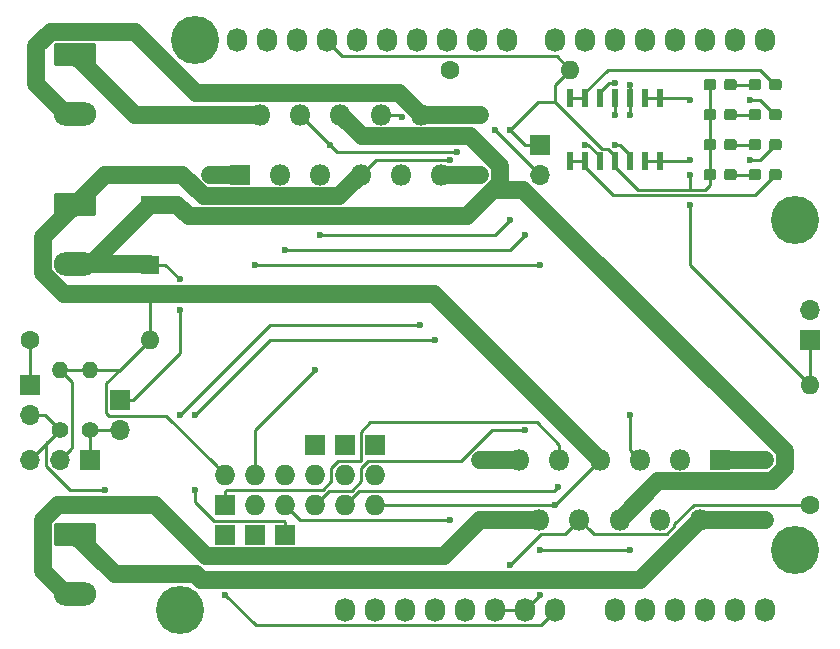
<source format=gbr>
G04 #@! TF.GenerationSoftware,KiCad,Pcbnew,(5.0.0)*
G04 #@! TF.CreationDate,2019-03-29T10:36:41+00:00*
G04 #@! TF.ProjectId,MotorDriverV1_0,4D6F746F7244726976657256315F302E,rev?*
G04 #@! TF.SameCoordinates,Original*
G04 #@! TF.FileFunction,Copper,L1,Top,Signal*
G04 #@! TF.FilePolarity,Positive*
%FSLAX46Y46*%
G04 Gerber Fmt 4.6, Leading zero omitted, Abs format (unit mm)*
G04 Created by KiCad (PCBNEW (5.0.0)) date 03/29/19 10:36:41*
%MOMM*%
%LPD*%
G01*
G04 APERTURE LIST*
G04 #@! TA.AperFunction,ComponentPad*
%ADD10O,1.727200X2.032000*%
G04 #@! TD*
G04 #@! TA.AperFunction,ComponentPad*
%ADD11C,4.064000*%
G04 #@! TD*
G04 #@! TA.AperFunction,Conductor*
%ADD12C,0.100000*%
G04 #@! TD*
G04 #@! TA.AperFunction,ComponentPad*
%ADD13C,2.000000*%
G04 #@! TD*
G04 #@! TA.AperFunction,ComponentPad*
%ADD14O,3.600000X2.000000*%
G04 #@! TD*
G04 #@! TA.AperFunction,ComponentPad*
%ADD15O,1.700000X1.700000*%
G04 #@! TD*
G04 #@! TA.AperFunction,ComponentPad*
%ADD16R,1.700000X1.700000*%
G04 #@! TD*
G04 #@! TA.AperFunction,ComponentPad*
%ADD17R,1.800000X1.800000*%
G04 #@! TD*
G04 #@! TA.AperFunction,ComponentPad*
%ADD18O,1.800000X1.800000*%
G04 #@! TD*
G04 #@! TA.AperFunction,ComponentPad*
%ADD19R,1.600000X1.600000*%
G04 #@! TD*
G04 #@! TA.AperFunction,ComponentPad*
%ADD20C,1.600000*%
G04 #@! TD*
G04 #@! TA.AperFunction,ComponentPad*
%ADD21C,1.400000*%
G04 #@! TD*
G04 #@! TA.AperFunction,ComponentPad*
%ADD22O,1.400000X1.400000*%
G04 #@! TD*
G04 #@! TA.AperFunction,SMDPad,CuDef*
%ADD23C,0.950000*%
G04 #@! TD*
G04 #@! TA.AperFunction,ComponentPad*
%ADD24O,1.600000X1.600000*%
G04 #@! TD*
G04 #@! TA.AperFunction,SMDPad,CuDef*
%ADD25R,0.600000X1.500000*%
G04 #@! TD*
G04 #@! TA.AperFunction,ComponentPad*
%ADD26R,1.727200X1.727200*%
G04 #@! TD*
G04 #@! TA.AperFunction,ComponentPad*
%ADD27O,1.727200X1.727200*%
G04 #@! TD*
G04 #@! TA.AperFunction,ViaPad*
%ADD28C,0.600000*%
G04 #@! TD*
G04 #@! TA.AperFunction,Conductor*
%ADD29C,0.250000*%
G04 #@! TD*
G04 #@! TA.AperFunction,Conductor*
%ADD30C,1.500000*%
G04 #@! TD*
G04 APERTURE END LIST*
D10*
G04 #@! TO.P,P1,1*
G04 #@! TO.N,N/C*
X138938000Y-123825000D03*
G04 #@! TO.P,P1,2*
X141478000Y-123825000D03*
G04 #@! TO.P,P1,3*
X144018000Y-123825000D03*
G04 #@! TO.P,P1,4*
X146558000Y-123825000D03*
G04 #@! TO.P,P1,5*
G04 #@! TO.N,+5V*
X149098000Y-123825000D03*
G04 #@! TO.P,P1,6*
G04 #@! TO.N,GND*
X151638000Y-123825000D03*
G04 #@! TO.P,P1,7*
X154178000Y-123825000D03*
G04 #@! TO.P,P1,8*
G04 #@! TO.N,/Vin*
X156718000Y-123825000D03*
G04 #@! TD*
G04 #@! TO.P,P2,1*
G04 #@! TO.N,/A0*
X161798000Y-123825000D03*
G04 #@! TO.P,P2,2*
G04 #@! TO.N,/A1*
X164338000Y-123825000D03*
G04 #@! TO.P,P2,3*
G04 #@! TO.N,N/C*
X166878000Y-123825000D03*
G04 #@! TO.P,P2,4*
X169418000Y-123825000D03*
G04 #@! TO.P,P2,5*
X171958000Y-123825000D03*
G04 #@! TO.P,P2,6*
X174498000Y-123825000D03*
G04 #@! TD*
G04 #@! TO.P,P3,1*
G04 #@! TO.N,N/C*
X129794000Y-75565000D03*
G04 #@! TO.P,P3,2*
X132334000Y-75565000D03*
G04 #@! TO.P,P3,3*
X134874000Y-75565000D03*
G04 #@! TO.P,P3,4*
G04 #@! TO.N,GND*
X137414000Y-75565000D03*
G04 #@! TO.P,P3,5*
G04 #@! TO.N,N/C*
X139954000Y-75565000D03*
G04 #@! TO.P,P3,6*
X142494000Y-75565000D03*
G04 #@! TO.P,P3,7*
X145034000Y-75565000D03*
G04 #@! TO.P,P3,8*
X147574000Y-75565000D03*
G04 #@! TO.P,P3,9*
G04 #@! TO.N,/9(\002A\002A)*
X150114000Y-75565000D03*
G04 #@! TO.P,P3,10*
G04 #@! TO.N,/8*
X152654000Y-75565000D03*
G04 #@! TD*
G04 #@! TO.P,P4,1*
G04 #@! TO.N,/7*
X156718000Y-75565000D03*
G04 #@! TO.P,P4,2*
G04 #@! TO.N,/6(\002A\002A)*
X159258000Y-75565000D03*
G04 #@! TO.P,P4,3*
G04 #@! TO.N,/5(\002A\002A)*
X161798000Y-75565000D03*
G04 #@! TO.P,P4,4*
G04 #@! TO.N,/4*
X164338000Y-75565000D03*
G04 #@! TO.P,P4,5*
G04 #@! TO.N,/3(\002A\002A)*
X166878000Y-75565000D03*
G04 #@! TO.P,P4,6*
G04 #@! TO.N,/2*
X169418000Y-75565000D03*
G04 #@! TO.P,P4,7*
G04 #@! TO.N,N/C*
X171958000Y-75565000D03*
G04 #@! TO.P,P4,8*
X174498000Y-75565000D03*
G04 #@! TD*
D11*
G04 #@! TO.P,P5,1*
G04 #@! TO.N,N/C*
X124968000Y-123825000D03*
G04 #@! TD*
G04 #@! TO.P,P6,1*
G04 #@! TO.N,N/C*
X177038000Y-118745000D03*
G04 #@! TD*
G04 #@! TO.P,P7,1*
G04 #@! TO.N,N/C*
X126238000Y-75565000D03*
G04 #@! TD*
G04 #@! TO.P,P8,1*
G04 #@! TO.N,N/C*
X177038000Y-90805000D03*
G04 #@! TD*
D12*
G04 #@! TO.N,GND*
G04 #@! TO.C,J1*
G36*
X117652504Y-88536204D02*
X117676773Y-88539804D01*
X117700571Y-88545765D01*
X117723671Y-88554030D01*
X117745849Y-88564520D01*
X117766893Y-88577133D01*
X117786598Y-88591747D01*
X117804777Y-88608223D01*
X117821253Y-88626402D01*
X117835867Y-88646107D01*
X117848480Y-88667151D01*
X117858970Y-88689329D01*
X117867235Y-88712429D01*
X117873196Y-88736227D01*
X117876796Y-88760496D01*
X117878000Y-88785000D01*
X117878000Y-90285000D01*
X117876796Y-90309504D01*
X117873196Y-90333773D01*
X117867235Y-90357571D01*
X117858970Y-90380671D01*
X117848480Y-90402849D01*
X117835867Y-90423893D01*
X117821253Y-90443598D01*
X117804777Y-90461777D01*
X117786598Y-90478253D01*
X117766893Y-90492867D01*
X117745849Y-90505480D01*
X117723671Y-90515970D01*
X117700571Y-90524235D01*
X117676773Y-90530196D01*
X117652504Y-90533796D01*
X117628000Y-90535000D01*
X114528000Y-90535000D01*
X114503496Y-90533796D01*
X114479227Y-90530196D01*
X114455429Y-90524235D01*
X114432329Y-90515970D01*
X114410151Y-90505480D01*
X114389107Y-90492867D01*
X114369402Y-90478253D01*
X114351223Y-90461777D01*
X114334747Y-90443598D01*
X114320133Y-90423893D01*
X114307520Y-90402849D01*
X114297030Y-90380671D01*
X114288765Y-90357571D01*
X114282804Y-90333773D01*
X114279204Y-90309504D01*
X114278000Y-90285000D01*
X114278000Y-88785000D01*
X114279204Y-88760496D01*
X114282804Y-88736227D01*
X114288765Y-88712429D01*
X114297030Y-88689329D01*
X114307520Y-88667151D01*
X114320133Y-88646107D01*
X114334747Y-88626402D01*
X114351223Y-88608223D01*
X114369402Y-88591747D01*
X114389107Y-88577133D01*
X114410151Y-88564520D01*
X114432329Y-88554030D01*
X114455429Y-88545765D01*
X114479227Y-88539804D01*
X114503496Y-88536204D01*
X114528000Y-88535000D01*
X117628000Y-88535000D01*
X117652504Y-88536204D01*
X117652504Y-88536204D01*
G37*
D13*
G04 #@! TD*
G04 #@! TO.P,J1,1*
G04 #@! TO.N,GND*
X116078000Y-89535000D03*
D14*
G04 #@! TO.P,J1,2*
G04 #@! TO.N,/Vs*
X116078000Y-94535000D03*
G04 #@! TD*
D15*
G04 #@! TO.P,J2,2*
G04 #@! TO.N,Net-(C2-Pad1)*
X119888000Y-108585000D03*
D16*
G04 #@! TO.P,J2,1*
G04 #@! TO.N,/Vs*
X119888000Y-106045000D03*
G04 #@! TD*
D15*
G04 #@! TO.P,J3,2*
G04 #@! TO.N,/BR1*
X178308000Y-98425000D03*
D16*
G04 #@! TO.P,J3,1*
G04 #@! TO.N,GND*
X178308000Y-100965000D03*
G04 #@! TD*
G04 #@! TO.P,J4,1*
G04 #@! TO.N,GND*
X155448000Y-84455000D03*
D15*
G04 #@! TO.P,J4,2*
G04 #@! TO.N,/BR2*
X155448000Y-86995000D03*
G04 #@! TD*
D12*
G04 #@! TO.N,Net-(C5-Pad1)*
G04 #@! TO.C,J5*
G36*
X117652504Y-116476204D02*
X117676773Y-116479804D01*
X117700571Y-116485765D01*
X117723671Y-116494030D01*
X117745849Y-116504520D01*
X117766893Y-116517133D01*
X117786598Y-116531747D01*
X117804777Y-116548223D01*
X117821253Y-116566402D01*
X117835867Y-116586107D01*
X117848480Y-116607151D01*
X117858970Y-116629329D01*
X117867235Y-116652429D01*
X117873196Y-116676227D01*
X117876796Y-116700496D01*
X117878000Y-116725000D01*
X117878000Y-118225000D01*
X117876796Y-118249504D01*
X117873196Y-118273773D01*
X117867235Y-118297571D01*
X117858970Y-118320671D01*
X117848480Y-118342849D01*
X117835867Y-118363893D01*
X117821253Y-118383598D01*
X117804777Y-118401777D01*
X117786598Y-118418253D01*
X117766893Y-118432867D01*
X117745849Y-118445480D01*
X117723671Y-118455970D01*
X117700571Y-118464235D01*
X117676773Y-118470196D01*
X117652504Y-118473796D01*
X117628000Y-118475000D01*
X114528000Y-118475000D01*
X114503496Y-118473796D01*
X114479227Y-118470196D01*
X114455429Y-118464235D01*
X114432329Y-118455970D01*
X114410151Y-118445480D01*
X114389107Y-118432867D01*
X114369402Y-118418253D01*
X114351223Y-118401777D01*
X114334747Y-118383598D01*
X114320133Y-118363893D01*
X114307520Y-118342849D01*
X114297030Y-118320671D01*
X114288765Y-118297571D01*
X114282804Y-118273773D01*
X114279204Y-118249504D01*
X114278000Y-118225000D01*
X114278000Y-116725000D01*
X114279204Y-116700496D01*
X114282804Y-116676227D01*
X114288765Y-116652429D01*
X114297030Y-116629329D01*
X114307520Y-116607151D01*
X114320133Y-116586107D01*
X114334747Y-116566402D01*
X114351223Y-116548223D01*
X114369402Y-116531747D01*
X114389107Y-116517133D01*
X114410151Y-116504520D01*
X114432329Y-116494030D01*
X114455429Y-116485765D01*
X114479227Y-116479804D01*
X114503496Y-116476204D01*
X114528000Y-116475000D01*
X117628000Y-116475000D01*
X117652504Y-116476204D01*
X117652504Y-116476204D01*
G37*
D13*
G04 #@! TD*
G04 #@! TO.P,J5,1*
G04 #@! TO.N,Net-(C5-Pad1)*
X116078000Y-117475000D03*
D14*
G04 #@! TO.P,J5,2*
G04 #@! TO.N,Net-(C6-Pad2)*
X116078000Y-122475000D03*
G04 #@! TD*
G04 #@! TO.P,J6,2*
G04 #@! TO.N,Net-(C8-Pad2)*
X116078000Y-81835000D03*
D12*
G04 #@! TD*
G04 #@! TO.N,Net-(C7-Pad1)*
G04 #@! TO.C,J6*
G36*
X117652504Y-75836204D02*
X117676773Y-75839804D01*
X117700571Y-75845765D01*
X117723671Y-75854030D01*
X117745849Y-75864520D01*
X117766893Y-75877133D01*
X117786598Y-75891747D01*
X117804777Y-75908223D01*
X117821253Y-75926402D01*
X117835867Y-75946107D01*
X117848480Y-75967151D01*
X117858970Y-75989329D01*
X117867235Y-76012429D01*
X117873196Y-76036227D01*
X117876796Y-76060496D01*
X117878000Y-76085000D01*
X117878000Y-77585000D01*
X117876796Y-77609504D01*
X117873196Y-77633773D01*
X117867235Y-77657571D01*
X117858970Y-77680671D01*
X117848480Y-77702849D01*
X117835867Y-77723893D01*
X117821253Y-77743598D01*
X117804777Y-77761777D01*
X117786598Y-77778253D01*
X117766893Y-77792867D01*
X117745849Y-77805480D01*
X117723671Y-77815970D01*
X117700571Y-77824235D01*
X117676773Y-77830196D01*
X117652504Y-77833796D01*
X117628000Y-77835000D01*
X114528000Y-77835000D01*
X114503496Y-77833796D01*
X114479227Y-77830196D01*
X114455429Y-77824235D01*
X114432329Y-77815970D01*
X114410151Y-77805480D01*
X114389107Y-77792867D01*
X114369402Y-77778253D01*
X114351223Y-77761777D01*
X114334747Y-77743598D01*
X114320133Y-77723893D01*
X114307520Y-77702849D01*
X114297030Y-77680671D01*
X114288765Y-77657571D01*
X114282804Y-77633773D01*
X114279204Y-77609504D01*
X114278000Y-77585000D01*
X114278000Y-76085000D01*
X114279204Y-76060496D01*
X114282804Y-76036227D01*
X114288765Y-76012429D01*
X114297030Y-75989329D01*
X114307520Y-75967151D01*
X114320133Y-75946107D01*
X114334747Y-75926402D01*
X114351223Y-75908223D01*
X114369402Y-75891747D01*
X114389107Y-75877133D01*
X114410151Y-75864520D01*
X114432329Y-75854030D01*
X114455429Y-75845765D01*
X114479227Y-75839804D01*
X114503496Y-75836204D01*
X114528000Y-75835000D01*
X117628000Y-75835000D01*
X117652504Y-75836204D01*
X117652504Y-75836204D01*
G37*
D13*
G04 #@! TO.P,J6,1*
G04 #@! TO.N,Net-(C7-Pad1)*
X116078000Y-76835000D03*
G04 #@! TD*
D17*
G04 #@! TO.P,U3,1*
G04 #@! TO.N,Net-(C5-Pad2)*
X170688000Y-111125000D03*
D18*
G04 #@! TO.P,U3,2*
G04 #@! TO.N,Net-(C5-Pad1)*
X168988000Y-116205000D03*
G04 #@! TO.P,U3,3*
G04 #@! TO.N,/2*
X167288000Y-111125000D03*
G04 #@! TO.P,U3,4*
G04 #@! TO.N,/BR1*
X165588000Y-116205000D03*
G04 #@! TO.P,U3,5*
G04 #@! TO.N,/3(\002A\002A)*
X163888000Y-111125000D03*
G04 #@! TO.P,U3,6*
G04 #@! TO.N,/Vs*
X162188000Y-116205000D03*
G04 #@! TO.P,U3,7*
G04 #@! TO.N,GND*
X160488000Y-111125000D03*
G04 #@! TO.P,U3,8*
G04 #@! TO.N,/CSEN1*
X158788000Y-116205000D03*
G04 #@! TO.P,U3,9*
G04 #@! TO.N,/TF1*
X157088000Y-111125000D03*
G04 #@! TO.P,U3,10*
G04 #@! TO.N,Net-(C6-Pad2)*
X155388000Y-116205000D03*
G04 #@! TO.P,U3,11*
G04 #@! TO.N,Net-(C6-Pad1)*
X153688000Y-111125000D03*
G04 #@! TD*
G04 #@! TO.P,U4,11*
G04 #@! TO.N,Net-(C8-Pad1)*
X147048000Y-86995000D03*
G04 #@! TO.P,U4,10*
G04 #@! TO.N,Net-(C8-Pad2)*
X145348000Y-81915000D03*
G04 #@! TO.P,U4,9*
G04 #@! TO.N,/TF2*
X143648000Y-86995000D03*
G04 #@! TO.P,U4,8*
G04 #@! TO.N,/CSEN2*
X141948000Y-81915000D03*
G04 #@! TO.P,U4,7*
G04 #@! TO.N,GND*
X140248000Y-86995000D03*
G04 #@! TO.P,U4,6*
G04 #@! TO.N,/Vs*
X138548000Y-81915000D03*
G04 #@! TO.P,U4,5*
G04 #@! TO.N,/5(\002A\002A)*
X136848000Y-86995000D03*
G04 #@! TO.P,U4,4*
G04 #@! TO.N,/BR2*
X135148000Y-81915000D03*
G04 #@! TO.P,U4,3*
G04 #@! TO.N,/4*
X133448000Y-86995000D03*
G04 #@! TO.P,U4,2*
G04 #@! TO.N,Net-(C7-Pad1)*
X131748000Y-81915000D03*
D17*
G04 #@! TO.P,U4,1*
G04 #@! TO.N,Net-(C7-Pad2)*
X130048000Y-86995000D03*
G04 #@! TD*
D19*
G04 #@! TO.P,C1,1*
G04 #@! TO.N,/Vs*
X122428000Y-94615000D03*
D20*
G04 #@! TO.P,C1,2*
G04 #@! TO.N,GND*
X122428000Y-97115000D03*
G04 #@! TD*
D21*
G04 #@! TO.P,C2,1*
G04 #@! TO.N,Net-(C2-Pad1)*
X117348000Y-108585000D03*
D22*
G04 #@! TO.P,C2,2*
G04 #@! TO.N,GND*
X117348000Y-103505000D03*
G04 #@! TD*
D19*
G04 #@! TO.P,C3,1*
G04 #@! TO.N,/Vs*
X122428000Y-89535000D03*
D20*
G04 #@! TO.P,C3,2*
G04 #@! TO.N,GND*
X122428000Y-87035000D03*
G04 #@! TD*
D22*
G04 #@! TO.P,C4,2*
G04 #@! TO.N,GND*
X114808000Y-103505000D03*
D21*
G04 #@! TO.P,C4,1*
G04 #@! TO.N,/Vin*
X114808000Y-108585000D03*
G04 #@! TD*
D22*
G04 #@! TO.P,C5,2*
G04 #@! TO.N,Net-(C5-Pad2)*
X174498000Y-111125000D03*
D21*
G04 #@! TO.P,C5,1*
G04 #@! TO.N,Net-(C5-Pad1)*
X174498000Y-116205000D03*
G04 #@! TD*
G04 #@! TO.P,C6,1*
G04 #@! TO.N,Net-(C6-Pad1)*
X150368000Y-111125000D03*
D22*
G04 #@! TO.P,C6,2*
G04 #@! TO.N,Net-(C6-Pad2)*
X150368000Y-116205000D03*
G04 #@! TD*
G04 #@! TO.P,C7,2*
G04 #@! TO.N,Net-(C7-Pad2)*
X127508000Y-86995000D03*
D21*
G04 #@! TO.P,C7,1*
G04 #@! TO.N,Net-(C7-Pad1)*
X127508000Y-81915000D03*
G04 #@! TD*
G04 #@! TO.P,C8,1*
G04 #@! TO.N,Net-(C8-Pad1)*
X150368000Y-86995000D03*
D22*
G04 #@! TO.P,C8,2*
G04 #@! TO.N,Net-(C8-Pad2)*
X150368000Y-81915000D03*
G04 #@! TD*
D12*
G04 #@! TO.N,Net-(D1-Pad2)*
G04 #@! TO.C,D1*
G36*
X175683779Y-81441144D02*
X175706834Y-81444563D01*
X175729443Y-81450227D01*
X175751387Y-81458079D01*
X175772457Y-81468044D01*
X175792448Y-81480026D01*
X175811168Y-81493910D01*
X175828438Y-81509562D01*
X175844090Y-81526832D01*
X175857974Y-81545552D01*
X175869956Y-81565543D01*
X175879921Y-81586613D01*
X175887773Y-81608557D01*
X175893437Y-81631166D01*
X175896856Y-81654221D01*
X175898000Y-81677500D01*
X175898000Y-82152500D01*
X175896856Y-82175779D01*
X175893437Y-82198834D01*
X175887773Y-82221443D01*
X175879921Y-82243387D01*
X175869956Y-82264457D01*
X175857974Y-82284448D01*
X175844090Y-82303168D01*
X175828438Y-82320438D01*
X175811168Y-82336090D01*
X175792448Y-82349974D01*
X175772457Y-82361956D01*
X175751387Y-82371921D01*
X175729443Y-82379773D01*
X175706834Y-82385437D01*
X175683779Y-82388856D01*
X175660500Y-82390000D01*
X175085500Y-82390000D01*
X175062221Y-82388856D01*
X175039166Y-82385437D01*
X175016557Y-82379773D01*
X174994613Y-82371921D01*
X174973543Y-82361956D01*
X174953552Y-82349974D01*
X174934832Y-82336090D01*
X174917562Y-82320438D01*
X174901910Y-82303168D01*
X174888026Y-82284448D01*
X174876044Y-82264457D01*
X174866079Y-82243387D01*
X174858227Y-82221443D01*
X174852563Y-82198834D01*
X174849144Y-82175779D01*
X174848000Y-82152500D01*
X174848000Y-81677500D01*
X174849144Y-81654221D01*
X174852563Y-81631166D01*
X174858227Y-81608557D01*
X174866079Y-81586613D01*
X174876044Y-81565543D01*
X174888026Y-81545552D01*
X174901910Y-81526832D01*
X174917562Y-81509562D01*
X174934832Y-81493910D01*
X174953552Y-81480026D01*
X174973543Y-81468044D01*
X174994613Y-81458079D01*
X175016557Y-81450227D01*
X175039166Y-81444563D01*
X175062221Y-81441144D01*
X175085500Y-81440000D01*
X175660500Y-81440000D01*
X175683779Y-81441144D01*
X175683779Y-81441144D01*
G37*
D23*
G04 #@! TD*
G04 #@! TO.P,D1,2*
G04 #@! TO.N,Net-(D1-Pad2)*
X175373000Y-81915000D03*
D12*
G04 #@! TO.N,Net-(D1-Pad1)*
G04 #@! TO.C,D1*
G36*
X173933779Y-81441144D02*
X173956834Y-81444563D01*
X173979443Y-81450227D01*
X174001387Y-81458079D01*
X174022457Y-81468044D01*
X174042448Y-81480026D01*
X174061168Y-81493910D01*
X174078438Y-81509562D01*
X174094090Y-81526832D01*
X174107974Y-81545552D01*
X174119956Y-81565543D01*
X174129921Y-81586613D01*
X174137773Y-81608557D01*
X174143437Y-81631166D01*
X174146856Y-81654221D01*
X174148000Y-81677500D01*
X174148000Y-82152500D01*
X174146856Y-82175779D01*
X174143437Y-82198834D01*
X174137773Y-82221443D01*
X174129921Y-82243387D01*
X174119956Y-82264457D01*
X174107974Y-82284448D01*
X174094090Y-82303168D01*
X174078438Y-82320438D01*
X174061168Y-82336090D01*
X174042448Y-82349974D01*
X174022457Y-82361956D01*
X174001387Y-82371921D01*
X173979443Y-82379773D01*
X173956834Y-82385437D01*
X173933779Y-82388856D01*
X173910500Y-82390000D01*
X173335500Y-82390000D01*
X173312221Y-82388856D01*
X173289166Y-82385437D01*
X173266557Y-82379773D01*
X173244613Y-82371921D01*
X173223543Y-82361956D01*
X173203552Y-82349974D01*
X173184832Y-82336090D01*
X173167562Y-82320438D01*
X173151910Y-82303168D01*
X173138026Y-82284448D01*
X173126044Y-82264457D01*
X173116079Y-82243387D01*
X173108227Y-82221443D01*
X173102563Y-82198834D01*
X173099144Y-82175779D01*
X173098000Y-82152500D01*
X173098000Y-81677500D01*
X173099144Y-81654221D01*
X173102563Y-81631166D01*
X173108227Y-81608557D01*
X173116079Y-81586613D01*
X173126044Y-81565543D01*
X173138026Y-81545552D01*
X173151910Y-81526832D01*
X173167562Y-81509562D01*
X173184832Y-81493910D01*
X173203552Y-81480026D01*
X173223543Y-81468044D01*
X173244613Y-81458079D01*
X173266557Y-81450227D01*
X173289166Y-81444563D01*
X173312221Y-81441144D01*
X173335500Y-81440000D01*
X173910500Y-81440000D01*
X173933779Y-81441144D01*
X173933779Y-81441144D01*
G37*
D23*
G04 #@! TD*
G04 #@! TO.P,D1,1*
G04 #@! TO.N,Net-(D1-Pad1)*
X173623000Y-81915000D03*
D12*
G04 #@! TO.N,Net-(D2-Pad1)*
G04 #@! TO.C,D2*
G36*
X173933779Y-78901144D02*
X173956834Y-78904563D01*
X173979443Y-78910227D01*
X174001387Y-78918079D01*
X174022457Y-78928044D01*
X174042448Y-78940026D01*
X174061168Y-78953910D01*
X174078438Y-78969562D01*
X174094090Y-78986832D01*
X174107974Y-79005552D01*
X174119956Y-79025543D01*
X174129921Y-79046613D01*
X174137773Y-79068557D01*
X174143437Y-79091166D01*
X174146856Y-79114221D01*
X174148000Y-79137500D01*
X174148000Y-79612500D01*
X174146856Y-79635779D01*
X174143437Y-79658834D01*
X174137773Y-79681443D01*
X174129921Y-79703387D01*
X174119956Y-79724457D01*
X174107974Y-79744448D01*
X174094090Y-79763168D01*
X174078438Y-79780438D01*
X174061168Y-79796090D01*
X174042448Y-79809974D01*
X174022457Y-79821956D01*
X174001387Y-79831921D01*
X173979443Y-79839773D01*
X173956834Y-79845437D01*
X173933779Y-79848856D01*
X173910500Y-79850000D01*
X173335500Y-79850000D01*
X173312221Y-79848856D01*
X173289166Y-79845437D01*
X173266557Y-79839773D01*
X173244613Y-79831921D01*
X173223543Y-79821956D01*
X173203552Y-79809974D01*
X173184832Y-79796090D01*
X173167562Y-79780438D01*
X173151910Y-79763168D01*
X173138026Y-79744448D01*
X173126044Y-79724457D01*
X173116079Y-79703387D01*
X173108227Y-79681443D01*
X173102563Y-79658834D01*
X173099144Y-79635779D01*
X173098000Y-79612500D01*
X173098000Y-79137500D01*
X173099144Y-79114221D01*
X173102563Y-79091166D01*
X173108227Y-79068557D01*
X173116079Y-79046613D01*
X173126044Y-79025543D01*
X173138026Y-79005552D01*
X173151910Y-78986832D01*
X173167562Y-78969562D01*
X173184832Y-78953910D01*
X173203552Y-78940026D01*
X173223543Y-78928044D01*
X173244613Y-78918079D01*
X173266557Y-78910227D01*
X173289166Y-78904563D01*
X173312221Y-78901144D01*
X173335500Y-78900000D01*
X173910500Y-78900000D01*
X173933779Y-78901144D01*
X173933779Y-78901144D01*
G37*
D23*
G04 #@! TD*
G04 #@! TO.P,D2,1*
G04 #@! TO.N,Net-(D2-Pad1)*
X173623000Y-79375000D03*
D12*
G04 #@! TO.N,Net-(D2-Pad2)*
G04 #@! TO.C,D2*
G36*
X175683779Y-78901144D02*
X175706834Y-78904563D01*
X175729443Y-78910227D01*
X175751387Y-78918079D01*
X175772457Y-78928044D01*
X175792448Y-78940026D01*
X175811168Y-78953910D01*
X175828438Y-78969562D01*
X175844090Y-78986832D01*
X175857974Y-79005552D01*
X175869956Y-79025543D01*
X175879921Y-79046613D01*
X175887773Y-79068557D01*
X175893437Y-79091166D01*
X175896856Y-79114221D01*
X175898000Y-79137500D01*
X175898000Y-79612500D01*
X175896856Y-79635779D01*
X175893437Y-79658834D01*
X175887773Y-79681443D01*
X175879921Y-79703387D01*
X175869956Y-79724457D01*
X175857974Y-79744448D01*
X175844090Y-79763168D01*
X175828438Y-79780438D01*
X175811168Y-79796090D01*
X175792448Y-79809974D01*
X175772457Y-79821956D01*
X175751387Y-79831921D01*
X175729443Y-79839773D01*
X175706834Y-79845437D01*
X175683779Y-79848856D01*
X175660500Y-79850000D01*
X175085500Y-79850000D01*
X175062221Y-79848856D01*
X175039166Y-79845437D01*
X175016557Y-79839773D01*
X174994613Y-79831921D01*
X174973543Y-79821956D01*
X174953552Y-79809974D01*
X174934832Y-79796090D01*
X174917562Y-79780438D01*
X174901910Y-79763168D01*
X174888026Y-79744448D01*
X174876044Y-79724457D01*
X174866079Y-79703387D01*
X174858227Y-79681443D01*
X174852563Y-79658834D01*
X174849144Y-79635779D01*
X174848000Y-79612500D01*
X174848000Y-79137500D01*
X174849144Y-79114221D01*
X174852563Y-79091166D01*
X174858227Y-79068557D01*
X174866079Y-79046613D01*
X174876044Y-79025543D01*
X174888026Y-79005552D01*
X174901910Y-78986832D01*
X174917562Y-78969562D01*
X174934832Y-78953910D01*
X174953552Y-78940026D01*
X174973543Y-78928044D01*
X174994613Y-78918079D01*
X175016557Y-78910227D01*
X175039166Y-78904563D01*
X175062221Y-78901144D01*
X175085500Y-78900000D01*
X175660500Y-78900000D01*
X175683779Y-78901144D01*
X175683779Y-78901144D01*
G37*
D23*
G04 #@! TD*
G04 #@! TO.P,D2,2*
G04 #@! TO.N,Net-(D2-Pad2)*
X175373000Y-79375000D03*
D12*
G04 #@! TO.N,Net-(D3-Pad2)*
G04 #@! TO.C,D3*
G36*
X175683779Y-86521144D02*
X175706834Y-86524563D01*
X175729443Y-86530227D01*
X175751387Y-86538079D01*
X175772457Y-86548044D01*
X175792448Y-86560026D01*
X175811168Y-86573910D01*
X175828438Y-86589562D01*
X175844090Y-86606832D01*
X175857974Y-86625552D01*
X175869956Y-86645543D01*
X175879921Y-86666613D01*
X175887773Y-86688557D01*
X175893437Y-86711166D01*
X175896856Y-86734221D01*
X175898000Y-86757500D01*
X175898000Y-87232500D01*
X175896856Y-87255779D01*
X175893437Y-87278834D01*
X175887773Y-87301443D01*
X175879921Y-87323387D01*
X175869956Y-87344457D01*
X175857974Y-87364448D01*
X175844090Y-87383168D01*
X175828438Y-87400438D01*
X175811168Y-87416090D01*
X175792448Y-87429974D01*
X175772457Y-87441956D01*
X175751387Y-87451921D01*
X175729443Y-87459773D01*
X175706834Y-87465437D01*
X175683779Y-87468856D01*
X175660500Y-87470000D01*
X175085500Y-87470000D01*
X175062221Y-87468856D01*
X175039166Y-87465437D01*
X175016557Y-87459773D01*
X174994613Y-87451921D01*
X174973543Y-87441956D01*
X174953552Y-87429974D01*
X174934832Y-87416090D01*
X174917562Y-87400438D01*
X174901910Y-87383168D01*
X174888026Y-87364448D01*
X174876044Y-87344457D01*
X174866079Y-87323387D01*
X174858227Y-87301443D01*
X174852563Y-87278834D01*
X174849144Y-87255779D01*
X174848000Y-87232500D01*
X174848000Y-86757500D01*
X174849144Y-86734221D01*
X174852563Y-86711166D01*
X174858227Y-86688557D01*
X174866079Y-86666613D01*
X174876044Y-86645543D01*
X174888026Y-86625552D01*
X174901910Y-86606832D01*
X174917562Y-86589562D01*
X174934832Y-86573910D01*
X174953552Y-86560026D01*
X174973543Y-86548044D01*
X174994613Y-86538079D01*
X175016557Y-86530227D01*
X175039166Y-86524563D01*
X175062221Y-86521144D01*
X175085500Y-86520000D01*
X175660500Y-86520000D01*
X175683779Y-86521144D01*
X175683779Y-86521144D01*
G37*
D23*
G04 #@! TD*
G04 #@! TO.P,D3,2*
G04 #@! TO.N,Net-(D3-Pad2)*
X175373000Y-86995000D03*
D12*
G04 #@! TO.N,Net-(D3-Pad1)*
G04 #@! TO.C,D3*
G36*
X173933779Y-86521144D02*
X173956834Y-86524563D01*
X173979443Y-86530227D01*
X174001387Y-86538079D01*
X174022457Y-86548044D01*
X174042448Y-86560026D01*
X174061168Y-86573910D01*
X174078438Y-86589562D01*
X174094090Y-86606832D01*
X174107974Y-86625552D01*
X174119956Y-86645543D01*
X174129921Y-86666613D01*
X174137773Y-86688557D01*
X174143437Y-86711166D01*
X174146856Y-86734221D01*
X174148000Y-86757500D01*
X174148000Y-87232500D01*
X174146856Y-87255779D01*
X174143437Y-87278834D01*
X174137773Y-87301443D01*
X174129921Y-87323387D01*
X174119956Y-87344457D01*
X174107974Y-87364448D01*
X174094090Y-87383168D01*
X174078438Y-87400438D01*
X174061168Y-87416090D01*
X174042448Y-87429974D01*
X174022457Y-87441956D01*
X174001387Y-87451921D01*
X173979443Y-87459773D01*
X173956834Y-87465437D01*
X173933779Y-87468856D01*
X173910500Y-87470000D01*
X173335500Y-87470000D01*
X173312221Y-87468856D01*
X173289166Y-87465437D01*
X173266557Y-87459773D01*
X173244613Y-87451921D01*
X173223543Y-87441956D01*
X173203552Y-87429974D01*
X173184832Y-87416090D01*
X173167562Y-87400438D01*
X173151910Y-87383168D01*
X173138026Y-87364448D01*
X173126044Y-87344457D01*
X173116079Y-87323387D01*
X173108227Y-87301443D01*
X173102563Y-87278834D01*
X173099144Y-87255779D01*
X173098000Y-87232500D01*
X173098000Y-86757500D01*
X173099144Y-86734221D01*
X173102563Y-86711166D01*
X173108227Y-86688557D01*
X173116079Y-86666613D01*
X173126044Y-86645543D01*
X173138026Y-86625552D01*
X173151910Y-86606832D01*
X173167562Y-86589562D01*
X173184832Y-86573910D01*
X173203552Y-86560026D01*
X173223543Y-86548044D01*
X173244613Y-86538079D01*
X173266557Y-86530227D01*
X173289166Y-86524563D01*
X173312221Y-86521144D01*
X173335500Y-86520000D01*
X173910500Y-86520000D01*
X173933779Y-86521144D01*
X173933779Y-86521144D01*
G37*
D23*
G04 #@! TD*
G04 #@! TO.P,D3,1*
G04 #@! TO.N,Net-(D3-Pad1)*
X173623000Y-86995000D03*
D12*
G04 #@! TO.N,Net-(D4-Pad1)*
G04 #@! TO.C,D4*
G36*
X173933779Y-83981144D02*
X173956834Y-83984563D01*
X173979443Y-83990227D01*
X174001387Y-83998079D01*
X174022457Y-84008044D01*
X174042448Y-84020026D01*
X174061168Y-84033910D01*
X174078438Y-84049562D01*
X174094090Y-84066832D01*
X174107974Y-84085552D01*
X174119956Y-84105543D01*
X174129921Y-84126613D01*
X174137773Y-84148557D01*
X174143437Y-84171166D01*
X174146856Y-84194221D01*
X174148000Y-84217500D01*
X174148000Y-84692500D01*
X174146856Y-84715779D01*
X174143437Y-84738834D01*
X174137773Y-84761443D01*
X174129921Y-84783387D01*
X174119956Y-84804457D01*
X174107974Y-84824448D01*
X174094090Y-84843168D01*
X174078438Y-84860438D01*
X174061168Y-84876090D01*
X174042448Y-84889974D01*
X174022457Y-84901956D01*
X174001387Y-84911921D01*
X173979443Y-84919773D01*
X173956834Y-84925437D01*
X173933779Y-84928856D01*
X173910500Y-84930000D01*
X173335500Y-84930000D01*
X173312221Y-84928856D01*
X173289166Y-84925437D01*
X173266557Y-84919773D01*
X173244613Y-84911921D01*
X173223543Y-84901956D01*
X173203552Y-84889974D01*
X173184832Y-84876090D01*
X173167562Y-84860438D01*
X173151910Y-84843168D01*
X173138026Y-84824448D01*
X173126044Y-84804457D01*
X173116079Y-84783387D01*
X173108227Y-84761443D01*
X173102563Y-84738834D01*
X173099144Y-84715779D01*
X173098000Y-84692500D01*
X173098000Y-84217500D01*
X173099144Y-84194221D01*
X173102563Y-84171166D01*
X173108227Y-84148557D01*
X173116079Y-84126613D01*
X173126044Y-84105543D01*
X173138026Y-84085552D01*
X173151910Y-84066832D01*
X173167562Y-84049562D01*
X173184832Y-84033910D01*
X173203552Y-84020026D01*
X173223543Y-84008044D01*
X173244613Y-83998079D01*
X173266557Y-83990227D01*
X173289166Y-83984563D01*
X173312221Y-83981144D01*
X173335500Y-83980000D01*
X173910500Y-83980000D01*
X173933779Y-83981144D01*
X173933779Y-83981144D01*
G37*
D23*
G04 #@! TD*
G04 #@! TO.P,D4,1*
G04 #@! TO.N,Net-(D4-Pad1)*
X173623000Y-84455000D03*
D12*
G04 #@! TO.N,Net-(D4-Pad2)*
G04 #@! TO.C,D4*
G36*
X175683779Y-83981144D02*
X175706834Y-83984563D01*
X175729443Y-83990227D01*
X175751387Y-83998079D01*
X175772457Y-84008044D01*
X175792448Y-84020026D01*
X175811168Y-84033910D01*
X175828438Y-84049562D01*
X175844090Y-84066832D01*
X175857974Y-84085552D01*
X175869956Y-84105543D01*
X175879921Y-84126613D01*
X175887773Y-84148557D01*
X175893437Y-84171166D01*
X175896856Y-84194221D01*
X175898000Y-84217500D01*
X175898000Y-84692500D01*
X175896856Y-84715779D01*
X175893437Y-84738834D01*
X175887773Y-84761443D01*
X175879921Y-84783387D01*
X175869956Y-84804457D01*
X175857974Y-84824448D01*
X175844090Y-84843168D01*
X175828438Y-84860438D01*
X175811168Y-84876090D01*
X175792448Y-84889974D01*
X175772457Y-84901956D01*
X175751387Y-84911921D01*
X175729443Y-84919773D01*
X175706834Y-84925437D01*
X175683779Y-84928856D01*
X175660500Y-84930000D01*
X175085500Y-84930000D01*
X175062221Y-84928856D01*
X175039166Y-84925437D01*
X175016557Y-84919773D01*
X174994613Y-84911921D01*
X174973543Y-84901956D01*
X174953552Y-84889974D01*
X174934832Y-84876090D01*
X174917562Y-84860438D01*
X174901910Y-84843168D01*
X174888026Y-84824448D01*
X174876044Y-84804457D01*
X174866079Y-84783387D01*
X174858227Y-84761443D01*
X174852563Y-84738834D01*
X174849144Y-84715779D01*
X174848000Y-84692500D01*
X174848000Y-84217500D01*
X174849144Y-84194221D01*
X174852563Y-84171166D01*
X174858227Y-84148557D01*
X174866079Y-84126613D01*
X174876044Y-84105543D01*
X174888026Y-84085552D01*
X174901910Y-84066832D01*
X174917562Y-84049562D01*
X174934832Y-84033910D01*
X174953552Y-84020026D01*
X174973543Y-84008044D01*
X174994613Y-83998079D01*
X175016557Y-83990227D01*
X175039166Y-83984563D01*
X175062221Y-83981144D01*
X175085500Y-83980000D01*
X175660500Y-83980000D01*
X175683779Y-83981144D01*
X175683779Y-83981144D01*
G37*
D23*
G04 #@! TD*
G04 #@! TO.P,D4,2*
G04 #@! TO.N,Net-(D4-Pad2)*
X175373000Y-84455000D03*
D16*
G04 #@! TO.P,D5,1*
G04 #@! TO.N,Net-(D5-Pad1)*
X112268000Y-104775000D03*
D15*
G04 #@! TO.P,D5,2*
G04 #@! TO.N,/Vin*
X112268000Y-107315000D03*
G04 #@! TD*
D12*
G04 #@! TO.N,GND*
G04 #@! TO.C,R1*
G36*
X170123779Y-81441144D02*
X170146834Y-81444563D01*
X170169443Y-81450227D01*
X170191387Y-81458079D01*
X170212457Y-81468044D01*
X170232448Y-81480026D01*
X170251168Y-81493910D01*
X170268438Y-81509562D01*
X170284090Y-81526832D01*
X170297974Y-81545552D01*
X170309956Y-81565543D01*
X170319921Y-81586613D01*
X170327773Y-81608557D01*
X170333437Y-81631166D01*
X170336856Y-81654221D01*
X170338000Y-81677500D01*
X170338000Y-82152500D01*
X170336856Y-82175779D01*
X170333437Y-82198834D01*
X170327773Y-82221443D01*
X170319921Y-82243387D01*
X170309956Y-82264457D01*
X170297974Y-82284448D01*
X170284090Y-82303168D01*
X170268438Y-82320438D01*
X170251168Y-82336090D01*
X170232448Y-82349974D01*
X170212457Y-82361956D01*
X170191387Y-82371921D01*
X170169443Y-82379773D01*
X170146834Y-82385437D01*
X170123779Y-82388856D01*
X170100500Y-82390000D01*
X169525500Y-82390000D01*
X169502221Y-82388856D01*
X169479166Y-82385437D01*
X169456557Y-82379773D01*
X169434613Y-82371921D01*
X169413543Y-82361956D01*
X169393552Y-82349974D01*
X169374832Y-82336090D01*
X169357562Y-82320438D01*
X169341910Y-82303168D01*
X169328026Y-82284448D01*
X169316044Y-82264457D01*
X169306079Y-82243387D01*
X169298227Y-82221443D01*
X169292563Y-82198834D01*
X169289144Y-82175779D01*
X169288000Y-82152500D01*
X169288000Y-81677500D01*
X169289144Y-81654221D01*
X169292563Y-81631166D01*
X169298227Y-81608557D01*
X169306079Y-81586613D01*
X169316044Y-81565543D01*
X169328026Y-81545552D01*
X169341910Y-81526832D01*
X169357562Y-81509562D01*
X169374832Y-81493910D01*
X169393552Y-81480026D01*
X169413543Y-81468044D01*
X169434613Y-81458079D01*
X169456557Y-81450227D01*
X169479166Y-81444563D01*
X169502221Y-81441144D01*
X169525500Y-81440000D01*
X170100500Y-81440000D01*
X170123779Y-81441144D01*
X170123779Y-81441144D01*
G37*
D23*
G04 #@! TD*
G04 #@! TO.P,R1,1*
G04 #@! TO.N,GND*
X169813000Y-81915000D03*
D12*
G04 #@! TO.N,Net-(D1-Pad1)*
G04 #@! TO.C,R1*
G36*
X171873779Y-81441144D02*
X171896834Y-81444563D01*
X171919443Y-81450227D01*
X171941387Y-81458079D01*
X171962457Y-81468044D01*
X171982448Y-81480026D01*
X172001168Y-81493910D01*
X172018438Y-81509562D01*
X172034090Y-81526832D01*
X172047974Y-81545552D01*
X172059956Y-81565543D01*
X172069921Y-81586613D01*
X172077773Y-81608557D01*
X172083437Y-81631166D01*
X172086856Y-81654221D01*
X172088000Y-81677500D01*
X172088000Y-82152500D01*
X172086856Y-82175779D01*
X172083437Y-82198834D01*
X172077773Y-82221443D01*
X172069921Y-82243387D01*
X172059956Y-82264457D01*
X172047974Y-82284448D01*
X172034090Y-82303168D01*
X172018438Y-82320438D01*
X172001168Y-82336090D01*
X171982448Y-82349974D01*
X171962457Y-82361956D01*
X171941387Y-82371921D01*
X171919443Y-82379773D01*
X171896834Y-82385437D01*
X171873779Y-82388856D01*
X171850500Y-82390000D01*
X171275500Y-82390000D01*
X171252221Y-82388856D01*
X171229166Y-82385437D01*
X171206557Y-82379773D01*
X171184613Y-82371921D01*
X171163543Y-82361956D01*
X171143552Y-82349974D01*
X171124832Y-82336090D01*
X171107562Y-82320438D01*
X171091910Y-82303168D01*
X171078026Y-82284448D01*
X171066044Y-82264457D01*
X171056079Y-82243387D01*
X171048227Y-82221443D01*
X171042563Y-82198834D01*
X171039144Y-82175779D01*
X171038000Y-82152500D01*
X171038000Y-81677500D01*
X171039144Y-81654221D01*
X171042563Y-81631166D01*
X171048227Y-81608557D01*
X171056079Y-81586613D01*
X171066044Y-81565543D01*
X171078026Y-81545552D01*
X171091910Y-81526832D01*
X171107562Y-81509562D01*
X171124832Y-81493910D01*
X171143552Y-81480026D01*
X171163543Y-81468044D01*
X171184613Y-81458079D01*
X171206557Y-81450227D01*
X171229166Y-81444563D01*
X171252221Y-81441144D01*
X171275500Y-81440000D01*
X171850500Y-81440000D01*
X171873779Y-81441144D01*
X171873779Y-81441144D01*
G37*
D23*
G04 #@! TD*
G04 #@! TO.P,R1,2*
G04 #@! TO.N,Net-(D1-Pad1)*
X171563000Y-81915000D03*
D12*
G04 #@! TO.N,Net-(D2-Pad1)*
G04 #@! TO.C,R2*
G36*
X171873779Y-78901144D02*
X171896834Y-78904563D01*
X171919443Y-78910227D01*
X171941387Y-78918079D01*
X171962457Y-78928044D01*
X171982448Y-78940026D01*
X172001168Y-78953910D01*
X172018438Y-78969562D01*
X172034090Y-78986832D01*
X172047974Y-79005552D01*
X172059956Y-79025543D01*
X172069921Y-79046613D01*
X172077773Y-79068557D01*
X172083437Y-79091166D01*
X172086856Y-79114221D01*
X172088000Y-79137500D01*
X172088000Y-79612500D01*
X172086856Y-79635779D01*
X172083437Y-79658834D01*
X172077773Y-79681443D01*
X172069921Y-79703387D01*
X172059956Y-79724457D01*
X172047974Y-79744448D01*
X172034090Y-79763168D01*
X172018438Y-79780438D01*
X172001168Y-79796090D01*
X171982448Y-79809974D01*
X171962457Y-79821956D01*
X171941387Y-79831921D01*
X171919443Y-79839773D01*
X171896834Y-79845437D01*
X171873779Y-79848856D01*
X171850500Y-79850000D01*
X171275500Y-79850000D01*
X171252221Y-79848856D01*
X171229166Y-79845437D01*
X171206557Y-79839773D01*
X171184613Y-79831921D01*
X171163543Y-79821956D01*
X171143552Y-79809974D01*
X171124832Y-79796090D01*
X171107562Y-79780438D01*
X171091910Y-79763168D01*
X171078026Y-79744448D01*
X171066044Y-79724457D01*
X171056079Y-79703387D01*
X171048227Y-79681443D01*
X171042563Y-79658834D01*
X171039144Y-79635779D01*
X171038000Y-79612500D01*
X171038000Y-79137500D01*
X171039144Y-79114221D01*
X171042563Y-79091166D01*
X171048227Y-79068557D01*
X171056079Y-79046613D01*
X171066044Y-79025543D01*
X171078026Y-79005552D01*
X171091910Y-78986832D01*
X171107562Y-78969562D01*
X171124832Y-78953910D01*
X171143552Y-78940026D01*
X171163543Y-78928044D01*
X171184613Y-78918079D01*
X171206557Y-78910227D01*
X171229166Y-78904563D01*
X171252221Y-78901144D01*
X171275500Y-78900000D01*
X171850500Y-78900000D01*
X171873779Y-78901144D01*
X171873779Y-78901144D01*
G37*
D23*
G04 #@! TD*
G04 #@! TO.P,R2,2*
G04 #@! TO.N,Net-(D2-Pad1)*
X171563000Y-79375000D03*
D12*
G04 #@! TO.N,GND*
G04 #@! TO.C,R2*
G36*
X170123779Y-78901144D02*
X170146834Y-78904563D01*
X170169443Y-78910227D01*
X170191387Y-78918079D01*
X170212457Y-78928044D01*
X170232448Y-78940026D01*
X170251168Y-78953910D01*
X170268438Y-78969562D01*
X170284090Y-78986832D01*
X170297974Y-79005552D01*
X170309956Y-79025543D01*
X170319921Y-79046613D01*
X170327773Y-79068557D01*
X170333437Y-79091166D01*
X170336856Y-79114221D01*
X170338000Y-79137500D01*
X170338000Y-79612500D01*
X170336856Y-79635779D01*
X170333437Y-79658834D01*
X170327773Y-79681443D01*
X170319921Y-79703387D01*
X170309956Y-79724457D01*
X170297974Y-79744448D01*
X170284090Y-79763168D01*
X170268438Y-79780438D01*
X170251168Y-79796090D01*
X170232448Y-79809974D01*
X170212457Y-79821956D01*
X170191387Y-79831921D01*
X170169443Y-79839773D01*
X170146834Y-79845437D01*
X170123779Y-79848856D01*
X170100500Y-79850000D01*
X169525500Y-79850000D01*
X169502221Y-79848856D01*
X169479166Y-79845437D01*
X169456557Y-79839773D01*
X169434613Y-79831921D01*
X169413543Y-79821956D01*
X169393552Y-79809974D01*
X169374832Y-79796090D01*
X169357562Y-79780438D01*
X169341910Y-79763168D01*
X169328026Y-79744448D01*
X169316044Y-79724457D01*
X169306079Y-79703387D01*
X169298227Y-79681443D01*
X169292563Y-79658834D01*
X169289144Y-79635779D01*
X169288000Y-79612500D01*
X169288000Y-79137500D01*
X169289144Y-79114221D01*
X169292563Y-79091166D01*
X169298227Y-79068557D01*
X169306079Y-79046613D01*
X169316044Y-79025543D01*
X169328026Y-79005552D01*
X169341910Y-78986832D01*
X169357562Y-78969562D01*
X169374832Y-78953910D01*
X169393552Y-78940026D01*
X169413543Y-78928044D01*
X169434613Y-78918079D01*
X169456557Y-78910227D01*
X169479166Y-78904563D01*
X169502221Y-78901144D01*
X169525500Y-78900000D01*
X170100500Y-78900000D01*
X170123779Y-78901144D01*
X170123779Y-78901144D01*
G37*
D23*
G04 #@! TD*
G04 #@! TO.P,R2,1*
G04 #@! TO.N,GND*
X169813000Y-79375000D03*
D12*
G04 #@! TO.N,Net-(D3-Pad1)*
G04 #@! TO.C,R3*
G36*
X171873779Y-86521144D02*
X171896834Y-86524563D01*
X171919443Y-86530227D01*
X171941387Y-86538079D01*
X171962457Y-86548044D01*
X171982448Y-86560026D01*
X172001168Y-86573910D01*
X172018438Y-86589562D01*
X172034090Y-86606832D01*
X172047974Y-86625552D01*
X172059956Y-86645543D01*
X172069921Y-86666613D01*
X172077773Y-86688557D01*
X172083437Y-86711166D01*
X172086856Y-86734221D01*
X172088000Y-86757500D01*
X172088000Y-87232500D01*
X172086856Y-87255779D01*
X172083437Y-87278834D01*
X172077773Y-87301443D01*
X172069921Y-87323387D01*
X172059956Y-87344457D01*
X172047974Y-87364448D01*
X172034090Y-87383168D01*
X172018438Y-87400438D01*
X172001168Y-87416090D01*
X171982448Y-87429974D01*
X171962457Y-87441956D01*
X171941387Y-87451921D01*
X171919443Y-87459773D01*
X171896834Y-87465437D01*
X171873779Y-87468856D01*
X171850500Y-87470000D01*
X171275500Y-87470000D01*
X171252221Y-87468856D01*
X171229166Y-87465437D01*
X171206557Y-87459773D01*
X171184613Y-87451921D01*
X171163543Y-87441956D01*
X171143552Y-87429974D01*
X171124832Y-87416090D01*
X171107562Y-87400438D01*
X171091910Y-87383168D01*
X171078026Y-87364448D01*
X171066044Y-87344457D01*
X171056079Y-87323387D01*
X171048227Y-87301443D01*
X171042563Y-87278834D01*
X171039144Y-87255779D01*
X171038000Y-87232500D01*
X171038000Y-86757500D01*
X171039144Y-86734221D01*
X171042563Y-86711166D01*
X171048227Y-86688557D01*
X171056079Y-86666613D01*
X171066044Y-86645543D01*
X171078026Y-86625552D01*
X171091910Y-86606832D01*
X171107562Y-86589562D01*
X171124832Y-86573910D01*
X171143552Y-86560026D01*
X171163543Y-86548044D01*
X171184613Y-86538079D01*
X171206557Y-86530227D01*
X171229166Y-86524563D01*
X171252221Y-86521144D01*
X171275500Y-86520000D01*
X171850500Y-86520000D01*
X171873779Y-86521144D01*
X171873779Y-86521144D01*
G37*
D23*
G04 #@! TD*
G04 #@! TO.P,R3,2*
G04 #@! TO.N,Net-(D3-Pad1)*
X171563000Y-86995000D03*
D12*
G04 #@! TO.N,GND*
G04 #@! TO.C,R3*
G36*
X170123779Y-86521144D02*
X170146834Y-86524563D01*
X170169443Y-86530227D01*
X170191387Y-86538079D01*
X170212457Y-86548044D01*
X170232448Y-86560026D01*
X170251168Y-86573910D01*
X170268438Y-86589562D01*
X170284090Y-86606832D01*
X170297974Y-86625552D01*
X170309956Y-86645543D01*
X170319921Y-86666613D01*
X170327773Y-86688557D01*
X170333437Y-86711166D01*
X170336856Y-86734221D01*
X170338000Y-86757500D01*
X170338000Y-87232500D01*
X170336856Y-87255779D01*
X170333437Y-87278834D01*
X170327773Y-87301443D01*
X170319921Y-87323387D01*
X170309956Y-87344457D01*
X170297974Y-87364448D01*
X170284090Y-87383168D01*
X170268438Y-87400438D01*
X170251168Y-87416090D01*
X170232448Y-87429974D01*
X170212457Y-87441956D01*
X170191387Y-87451921D01*
X170169443Y-87459773D01*
X170146834Y-87465437D01*
X170123779Y-87468856D01*
X170100500Y-87470000D01*
X169525500Y-87470000D01*
X169502221Y-87468856D01*
X169479166Y-87465437D01*
X169456557Y-87459773D01*
X169434613Y-87451921D01*
X169413543Y-87441956D01*
X169393552Y-87429974D01*
X169374832Y-87416090D01*
X169357562Y-87400438D01*
X169341910Y-87383168D01*
X169328026Y-87364448D01*
X169316044Y-87344457D01*
X169306079Y-87323387D01*
X169298227Y-87301443D01*
X169292563Y-87278834D01*
X169289144Y-87255779D01*
X169288000Y-87232500D01*
X169288000Y-86757500D01*
X169289144Y-86734221D01*
X169292563Y-86711166D01*
X169298227Y-86688557D01*
X169306079Y-86666613D01*
X169316044Y-86645543D01*
X169328026Y-86625552D01*
X169341910Y-86606832D01*
X169357562Y-86589562D01*
X169374832Y-86573910D01*
X169393552Y-86560026D01*
X169413543Y-86548044D01*
X169434613Y-86538079D01*
X169456557Y-86530227D01*
X169479166Y-86524563D01*
X169502221Y-86521144D01*
X169525500Y-86520000D01*
X170100500Y-86520000D01*
X170123779Y-86521144D01*
X170123779Y-86521144D01*
G37*
D23*
G04 #@! TD*
G04 #@! TO.P,R3,1*
G04 #@! TO.N,GND*
X169813000Y-86995000D03*
D12*
G04 #@! TO.N,GND*
G04 #@! TO.C,R4*
G36*
X170123779Y-83981144D02*
X170146834Y-83984563D01*
X170169443Y-83990227D01*
X170191387Y-83998079D01*
X170212457Y-84008044D01*
X170232448Y-84020026D01*
X170251168Y-84033910D01*
X170268438Y-84049562D01*
X170284090Y-84066832D01*
X170297974Y-84085552D01*
X170309956Y-84105543D01*
X170319921Y-84126613D01*
X170327773Y-84148557D01*
X170333437Y-84171166D01*
X170336856Y-84194221D01*
X170338000Y-84217500D01*
X170338000Y-84692500D01*
X170336856Y-84715779D01*
X170333437Y-84738834D01*
X170327773Y-84761443D01*
X170319921Y-84783387D01*
X170309956Y-84804457D01*
X170297974Y-84824448D01*
X170284090Y-84843168D01*
X170268438Y-84860438D01*
X170251168Y-84876090D01*
X170232448Y-84889974D01*
X170212457Y-84901956D01*
X170191387Y-84911921D01*
X170169443Y-84919773D01*
X170146834Y-84925437D01*
X170123779Y-84928856D01*
X170100500Y-84930000D01*
X169525500Y-84930000D01*
X169502221Y-84928856D01*
X169479166Y-84925437D01*
X169456557Y-84919773D01*
X169434613Y-84911921D01*
X169413543Y-84901956D01*
X169393552Y-84889974D01*
X169374832Y-84876090D01*
X169357562Y-84860438D01*
X169341910Y-84843168D01*
X169328026Y-84824448D01*
X169316044Y-84804457D01*
X169306079Y-84783387D01*
X169298227Y-84761443D01*
X169292563Y-84738834D01*
X169289144Y-84715779D01*
X169288000Y-84692500D01*
X169288000Y-84217500D01*
X169289144Y-84194221D01*
X169292563Y-84171166D01*
X169298227Y-84148557D01*
X169306079Y-84126613D01*
X169316044Y-84105543D01*
X169328026Y-84085552D01*
X169341910Y-84066832D01*
X169357562Y-84049562D01*
X169374832Y-84033910D01*
X169393552Y-84020026D01*
X169413543Y-84008044D01*
X169434613Y-83998079D01*
X169456557Y-83990227D01*
X169479166Y-83984563D01*
X169502221Y-83981144D01*
X169525500Y-83980000D01*
X170100500Y-83980000D01*
X170123779Y-83981144D01*
X170123779Y-83981144D01*
G37*
D23*
G04 #@! TD*
G04 #@! TO.P,R4,1*
G04 #@! TO.N,GND*
X169813000Y-84455000D03*
D12*
G04 #@! TO.N,Net-(D4-Pad1)*
G04 #@! TO.C,R4*
G36*
X171873779Y-83981144D02*
X171896834Y-83984563D01*
X171919443Y-83990227D01*
X171941387Y-83998079D01*
X171962457Y-84008044D01*
X171982448Y-84020026D01*
X172001168Y-84033910D01*
X172018438Y-84049562D01*
X172034090Y-84066832D01*
X172047974Y-84085552D01*
X172059956Y-84105543D01*
X172069921Y-84126613D01*
X172077773Y-84148557D01*
X172083437Y-84171166D01*
X172086856Y-84194221D01*
X172088000Y-84217500D01*
X172088000Y-84692500D01*
X172086856Y-84715779D01*
X172083437Y-84738834D01*
X172077773Y-84761443D01*
X172069921Y-84783387D01*
X172059956Y-84804457D01*
X172047974Y-84824448D01*
X172034090Y-84843168D01*
X172018438Y-84860438D01*
X172001168Y-84876090D01*
X171982448Y-84889974D01*
X171962457Y-84901956D01*
X171941387Y-84911921D01*
X171919443Y-84919773D01*
X171896834Y-84925437D01*
X171873779Y-84928856D01*
X171850500Y-84930000D01*
X171275500Y-84930000D01*
X171252221Y-84928856D01*
X171229166Y-84925437D01*
X171206557Y-84919773D01*
X171184613Y-84911921D01*
X171163543Y-84901956D01*
X171143552Y-84889974D01*
X171124832Y-84876090D01*
X171107562Y-84860438D01*
X171091910Y-84843168D01*
X171078026Y-84824448D01*
X171066044Y-84804457D01*
X171056079Y-84783387D01*
X171048227Y-84761443D01*
X171042563Y-84738834D01*
X171039144Y-84715779D01*
X171038000Y-84692500D01*
X171038000Y-84217500D01*
X171039144Y-84194221D01*
X171042563Y-84171166D01*
X171048227Y-84148557D01*
X171056079Y-84126613D01*
X171066044Y-84105543D01*
X171078026Y-84085552D01*
X171091910Y-84066832D01*
X171107562Y-84049562D01*
X171124832Y-84033910D01*
X171143552Y-84020026D01*
X171163543Y-84008044D01*
X171184613Y-83998079D01*
X171206557Y-83990227D01*
X171229166Y-83984563D01*
X171252221Y-83981144D01*
X171275500Y-83980000D01*
X171850500Y-83980000D01*
X171873779Y-83981144D01*
X171873779Y-83981144D01*
G37*
D23*
G04 #@! TD*
G04 #@! TO.P,R4,2*
G04 #@! TO.N,Net-(D4-Pad1)*
X171563000Y-84455000D03*
D20*
G04 #@! TO.P,R5,1*
G04 #@! TO.N,/CSEN1*
X178308000Y-114935000D03*
D24*
G04 #@! TO.P,R5,2*
G04 #@! TO.N,GND*
X178308000Y-104775000D03*
G04 #@! TD*
G04 #@! TO.P,R6,2*
G04 #@! TO.N,GND*
X157988000Y-78105000D03*
D20*
G04 #@! TO.P,R6,1*
G04 #@! TO.N,/CSEN2*
X147828000Y-78105000D03*
G04 #@! TD*
G04 #@! TO.P,R7,1*
G04 #@! TO.N,Net-(D5-Pad1)*
X112268000Y-100965000D03*
D24*
G04 #@! TO.P,R7,2*
G04 #@! TO.N,GND*
X122428000Y-100965000D03*
G04 #@! TD*
D25*
G04 #@! TO.P,U1,1*
G04 #@! TO.N,Net-(D1-Pad2)*
X165608000Y-80485000D03*
G04 #@! TO.P,U1,2*
X164338000Y-80485000D03*
G04 #@! TO.P,U1,3*
G04 #@! TO.N,/3(\002A\002A)*
X163068000Y-80485000D03*
G04 #@! TO.P,U1,4*
G04 #@! TO.N,+5V*
X161798000Y-80485000D03*
G04 #@! TO.P,U1,5*
G04 #@! TO.N,/2*
X160528000Y-80485000D03*
G04 #@! TO.P,U1,6*
G04 #@! TO.N,Net-(D2-Pad2)*
X159258000Y-80485000D03*
G04 #@! TO.P,U1,7*
X157988000Y-80485000D03*
G04 #@! TO.P,U1,8*
G04 #@! TO.N,Net-(D3-Pad2)*
X157988000Y-85885000D03*
G04 #@! TO.P,U1,9*
X159258000Y-85885000D03*
G04 #@! TO.P,U1,10*
G04 #@! TO.N,/5(\002A\002A)*
X160528000Y-85885000D03*
G04 #@! TO.P,U1,11*
G04 #@! TO.N,GND*
X161798000Y-85885000D03*
G04 #@! TO.P,U1,12*
G04 #@! TO.N,/4*
X163068000Y-85885000D03*
G04 #@! TO.P,U1,13*
G04 #@! TO.N,Net-(D4-Pad2)*
X164338000Y-85885000D03*
G04 #@! TO.P,U1,14*
X165608000Y-85885000D03*
G04 #@! TD*
D16*
G04 #@! TO.P,U2,1*
G04 #@! TO.N,Net-(C2-Pad1)*
X117348000Y-111125000D03*
D15*
G04 #@! TO.P,U2,2*
G04 #@! TO.N,GND*
X114808000Y-111125000D03*
G04 #@! TO.P,U2,3*
G04 #@! TO.N,/Vin*
X112268000Y-111125000D03*
G04 #@! TD*
D16*
G04 #@! TO.P,J13,1*
G04 #@! TO.N,/9(\002A\002A)*
X141478000Y-109855000D03*
G04 #@! TD*
G04 #@! TO.P,J7,1*
G04 #@! TO.N,/7*
X128778000Y-117475000D03*
G04 #@! TD*
G04 #@! TO.P,J8,1*
G04 #@! TO.N,/A0*
X131318000Y-117475000D03*
G04 #@! TD*
G04 #@! TO.P,J9,1*
G04 #@! TO.N,/6(\002A\002A)*
X133858000Y-117475000D03*
G04 #@! TD*
G04 #@! TO.P,J11,1*
G04 #@! TO.N,/8*
X136398000Y-109855000D03*
G04 #@! TD*
G04 #@! TO.P,J12,1*
G04 #@! TO.N,/A1*
X138938000Y-109855000D03*
G04 #@! TD*
D26*
G04 #@! TO.P,J10,1*
G04 #@! TO.N,/TF1*
X128778000Y-114935000D03*
D27*
G04 #@! TO.P,J10,2*
G04 #@! TO.N,GND*
X128778000Y-112395000D03*
G04 #@! TO.P,J10,3*
G04 #@! TO.N,/CSEN1*
X131318000Y-114935000D03*
G04 #@! TO.P,J10,4*
G04 #@! TO.N,/5(\002A\002A)*
X131318000Y-112395000D03*
G04 #@! TO.P,J10,5*
G04 #@! TO.N,/BR1*
X133858000Y-114935000D03*
G04 #@! TO.P,J10,6*
G04 #@! TO.N,/4*
X133858000Y-112395000D03*
G04 #@! TO.P,J10,7*
G04 #@! TO.N,/2*
X136398000Y-114935000D03*
G04 #@! TO.P,J10,8*
G04 #@! TO.N,/BR2*
X136398000Y-112395000D03*
G04 #@! TO.P,J10,9*
G04 #@! TO.N,/3(\002A\002A)*
X138938000Y-114935000D03*
G04 #@! TO.P,J10,10*
G04 #@! TO.N,/CSEN2*
X138938000Y-112395000D03*
G04 #@! TO.P,J10,11*
G04 #@! TO.N,GND*
X141478000Y-114935000D03*
G04 #@! TO.P,J10,12*
G04 #@! TO.N,/TF2*
X141478000Y-112395000D03*
G04 #@! TD*
D28*
G04 #@! TO.N,+5V*
X161798000Y-81915000D03*
X131318000Y-94615000D03*
X155448000Y-94615000D03*
G04 #@! TO.N,GND*
X155448000Y-122555000D03*
X156678000Y-114935000D03*
X147828000Y-85725000D03*
X152908000Y-83185000D03*
X168148000Y-86995000D03*
X168148000Y-89535000D03*
G04 #@! TO.N,/Vin*
X118618000Y-113665000D03*
X128778000Y-122555000D03*
G04 #@! TO.N,/7*
X145288000Y-99695000D03*
X124968000Y-107315000D03*
G04 #@! TO.N,/6(\002A\002A)*
X146558000Y-100965000D03*
X126238000Y-107315000D03*
X126238000Y-113665000D03*
G04 #@! TO.N,/5(\002A\002A)*
X136398000Y-103505000D03*
X159258000Y-84455000D03*
X152908000Y-90805000D03*
X136848000Y-92075000D03*
G04 #@! TO.N,/4*
X133858000Y-93345000D03*
X154178000Y-92075000D03*
X161798000Y-84455000D03*
G04 #@! TO.N,/3(\002A\002A)*
X156967443Y-113415557D03*
X163068000Y-79375000D03*
X163068000Y-81915000D03*
X163068000Y-107315000D03*
G04 #@! TO.N,/2*
X154178000Y-108585000D03*
X161798000Y-79234998D03*
G04 #@! TO.N,/Vs*
X124968000Y-95865000D03*
X124968000Y-98425000D03*
G04 #@! TO.N,/BR1*
X147828000Y-116205000D03*
X163068000Y-118745000D03*
X155448000Y-118745000D03*
G04 #@! TO.N,/BR2*
X148451539Y-85054877D03*
X151638000Y-83185000D03*
X137688000Y-84455000D03*
G04 #@! TO.N,/CSEN1*
X152908000Y-120015000D03*
G04 #@! TO.N,/CSEN2*
X143764115Y-82098882D03*
G04 #@! TO.N,Net-(D1-Pad2)*
X168148000Y-80645000D03*
X173228000Y-80645000D03*
G04 #@! TO.N,Net-(D4-Pad2)*
X168148000Y-85725000D03*
X173228000Y-85725000D03*
G04 #@! TD*
D29*
G04 #@! TO.N,+5V*
X161798000Y-80485000D02*
X161798000Y-81915000D01*
X145288000Y-94615000D02*
X131318000Y-94615000D01*
X145288000Y-94615000D02*
X155448000Y-94615000D01*
D30*
G04 #@! TO.N,GND*
X118578000Y-87035000D02*
X122428000Y-87035000D01*
X116078000Y-89535000D02*
X118578000Y-87035000D01*
X121296630Y-97115000D02*
X122428000Y-97115000D01*
X115100270Y-97115000D02*
X121296630Y-97115000D01*
X113327990Y-95342720D02*
X115100270Y-97115000D01*
X113327990Y-92285010D02*
X113327990Y-95342720D01*
X116078000Y-89535000D02*
X113327990Y-92285010D01*
X139348001Y-87894999D02*
X140248000Y-86995000D01*
X138397999Y-88845001D02*
X139348001Y-87894999D01*
X126953824Y-88845001D02*
X138397999Y-88845001D01*
X125143823Y-87035000D02*
X126953824Y-88845001D01*
X122428000Y-87035000D02*
X125143823Y-87035000D01*
X121296630Y-97115000D02*
X146478000Y-97115000D01*
X151638000Y-102275000D02*
X160488000Y-111125000D01*
X146478000Y-97115000D02*
X151638000Y-102275000D01*
D29*
X122428000Y-97115000D02*
X122428000Y-100965000D01*
X114808000Y-103505000D02*
X117348000Y-103505000D01*
X119888000Y-103505000D02*
X122428000Y-100965000D01*
X117348000Y-103505000D02*
X119888000Y-103505000D01*
X115657999Y-110275001D02*
X114808000Y-111125000D01*
X115833001Y-110099999D02*
X115657999Y-110275001D01*
X115833001Y-104530001D02*
X115833001Y-110099999D01*
X114808000Y-103505000D02*
X115833001Y-104530001D01*
X151638000Y-123825000D02*
X154178000Y-123825000D01*
X169813000Y-79375000D02*
X169813000Y-86995000D01*
X169813000Y-86995000D02*
X169813000Y-87870000D01*
X169813000Y-87870000D02*
X169418000Y-88265000D01*
X161798000Y-86335000D02*
X161798000Y-85885000D01*
X163728000Y-88265000D02*
X161798000Y-86335000D01*
X161798000Y-85435000D02*
X161798000Y-85885000D01*
X161172999Y-84809999D02*
X161798000Y-85435000D01*
X160677997Y-84809999D02*
X161172999Y-84809999D01*
X156718000Y-80850002D02*
X160677997Y-84809999D01*
X156718000Y-79375000D02*
X156718000Y-80850002D01*
X157988000Y-78105000D02*
X156718000Y-79375000D01*
X127914401Y-111531401D02*
X128778000Y-112395000D01*
X123792999Y-107409999D02*
X127914401Y-111531401D01*
X118967997Y-107409999D02*
X123792999Y-107409999D01*
X118712999Y-107155001D02*
X118967997Y-107409999D01*
X118712999Y-104680001D02*
X118712999Y-107155001D01*
X119888000Y-103505000D02*
X118712999Y-104680001D01*
X156678000Y-114935000D02*
X160488000Y-111125000D01*
X141478000Y-114935000D02*
X156678000Y-114935000D01*
X154178000Y-123825000D02*
X155448000Y-122555000D01*
X140248000Y-86995000D02*
X141518000Y-85725000D01*
X141518000Y-85725000D02*
X147828000Y-85725000D01*
X155242998Y-80850002D02*
X156718000Y-80850002D01*
X152908000Y-83185000D02*
X155242998Y-80850002D01*
X168148000Y-88265000D02*
X168148000Y-86995000D01*
X168148000Y-88265000D02*
X163728000Y-88265000D01*
X169418000Y-88265000D02*
X168148000Y-88265000D01*
X168148000Y-94615000D02*
X178308000Y-104775000D01*
X168148000Y-89535000D02*
X168148000Y-94615000D01*
X154178000Y-84455000D02*
X152908000Y-83185000D01*
X155448000Y-84455000D02*
X154178000Y-84455000D01*
X137414000Y-75717400D02*
X137414000Y-75565000D01*
X138676599Y-76979999D02*
X137414000Y-75717400D01*
X156862999Y-76979999D02*
X138676599Y-76979999D01*
X157988000Y-78105000D02*
X156862999Y-76979999D01*
X178308000Y-100965000D02*
X178308000Y-104775000D01*
G04 #@! TO.N,/Vin*
X113538000Y-107315000D02*
X114808000Y-108585000D01*
X112268000Y-107315000D02*
X113538000Y-107315000D01*
X112268000Y-111125000D02*
X114808000Y-108585000D01*
X115608998Y-113665000D02*
X118618000Y-113665000D01*
X113632999Y-111689001D02*
X115608998Y-113665000D01*
X114808000Y-108585000D02*
X113632999Y-109760001D01*
X113632999Y-109760001D02*
X113632999Y-111689001D01*
X128778000Y-122555000D02*
X131389010Y-125166010D01*
X156718000Y-123977400D02*
X156718000Y-123825000D01*
X155529390Y-125166010D02*
X156718000Y-123977400D01*
X131389010Y-125166010D02*
X155529390Y-125166010D01*
G04 #@! TO.N,/7*
X145288000Y-99695000D02*
X132588000Y-99695000D01*
X132588000Y-99695000D02*
X124968000Y-107315000D01*
G04 #@! TO.N,/6(\002A\002A)*
X146558000Y-100965000D02*
X132588000Y-100965000D01*
X132588000Y-100965000D02*
X126238000Y-107315000D01*
X133858000Y-116375000D02*
X133858000Y-117475000D01*
X133782999Y-116299999D02*
X133858000Y-116375000D01*
X127830797Y-116299999D02*
X133782999Y-116299999D01*
X126238000Y-114707202D02*
X127830797Y-116299999D01*
X126238000Y-113665000D02*
X126238000Y-114707202D01*
G04 #@! TO.N,/5(\002A\002A)*
X131318000Y-112395000D02*
X131318000Y-108585000D01*
X131318000Y-108585000D02*
X136398000Y-103505000D01*
X159548000Y-84455000D02*
X159258000Y-84455000D01*
X160528000Y-85885000D02*
X160528000Y-85435000D01*
X160528000Y-85435000D02*
X159548000Y-84455000D01*
X151638000Y-92075000D02*
X136848000Y-92075000D01*
X152908000Y-90805000D02*
X151638000Y-92075000D01*
G04 #@! TO.N,/4*
X133858000Y-93345000D02*
X152908000Y-93345000D01*
X152908000Y-93345000D02*
X154178000Y-92075000D01*
X163068000Y-85300736D02*
X163068000Y-85885000D01*
X162222264Y-84455000D02*
X163068000Y-85300736D01*
X161798000Y-84455000D02*
X162222264Y-84455000D01*
G04 #@! TO.N,/3(\002A\002A)*
X156636601Y-113746399D02*
X156967443Y-113415557D01*
X138938000Y-114935000D02*
X140126601Y-113746399D01*
X140126601Y-113746399D02*
X156636601Y-113746399D01*
X163068000Y-80485000D02*
X163068000Y-79375000D01*
X163068000Y-80485000D02*
X163068000Y-81915000D01*
X163068000Y-110305000D02*
X163888000Y-111125000D01*
X163068000Y-107315000D02*
X163068000Y-110305000D01*
G04 #@! TO.N,/2*
X151387707Y-108585000D02*
X154178000Y-108585000D01*
X148766308Y-111206399D02*
X151387707Y-108585000D01*
X137586601Y-113746399D02*
X139490191Y-113746399D01*
X136398000Y-114935000D02*
X137586601Y-113746399D01*
X139490191Y-113746399D02*
X140289399Y-112947191D01*
X140289399Y-112947191D02*
X140289399Y-111824471D01*
X140289399Y-111824471D02*
X140907471Y-111206399D01*
X140907471Y-111206399D02*
X148766308Y-111206399D01*
X161413000Y-79234998D02*
X161798000Y-79234998D01*
X161328002Y-79234998D02*
X161413000Y-79234998D01*
X160528000Y-80485000D02*
X160528000Y-80035000D01*
X160528000Y-80035000D02*
X161328002Y-79234998D01*
D30*
G04 #@! TO.N,/Vs*
X122348000Y-94535000D02*
X122428000Y-94615000D01*
X116078000Y-94535000D02*
X122348000Y-94535000D01*
X117428000Y-94535000D02*
X122428000Y-89535000D01*
X116078000Y-94535000D02*
X117428000Y-94535000D01*
X139447999Y-82814999D02*
X138548000Y-81915000D01*
X140398001Y-83765001D02*
X139447999Y-82814999D01*
X149542178Y-83765001D02*
X140398001Y-83765001D01*
X152068010Y-86290833D02*
X149542178Y-83765001D01*
X152068010Y-87699167D02*
X152068010Y-86290833D01*
X125738011Y-90545011D02*
X149222166Y-90545011D01*
X124728000Y-89535000D02*
X125738011Y-90545011D01*
X122428000Y-89535000D02*
X124728000Y-89535000D01*
X154042177Y-88265000D02*
X151502177Y-88265000D01*
X176198010Y-110420833D02*
X154042177Y-88265000D01*
X176198010Y-111829167D02*
X176198010Y-110420833D01*
X175052176Y-112975001D02*
X176198010Y-111829167D01*
X151502177Y-88265000D02*
X152068010Y-87699167D01*
X165417999Y-112975001D02*
X175052176Y-112975001D01*
X162188000Y-116205000D02*
X165417999Y-112975001D01*
X149222166Y-90545011D02*
X151502177Y-88265000D01*
D29*
X122428000Y-94615000D02*
X123718000Y-94615000D01*
X123718000Y-94615000D02*
X124968000Y-95865000D01*
X120988000Y-106045000D02*
X119888000Y-106045000D01*
X124968000Y-102065000D02*
X120988000Y-106045000D01*
X124968000Y-98425000D02*
X124968000Y-102065000D01*
G04 #@! TO.N,Net-(C2-Pad1)*
X117348000Y-111125000D02*
X117348000Y-108585000D01*
X119888000Y-108585000D02*
X117348000Y-108585000D01*
G04 #@! TO.N,/BR1*
X135908870Y-116205000D02*
X147828000Y-116205000D01*
X133858000Y-114935000D02*
X135128000Y-116205000D01*
X135128000Y-116205000D02*
X135908870Y-116205000D01*
X156595626Y-118745000D02*
X163068000Y-118745000D01*
X155448000Y-118745000D02*
X156718000Y-118745000D01*
G04 #@! TO.N,/BR2*
X138287877Y-85054877D02*
X148451539Y-85054877D01*
X151638000Y-83185000D02*
X155448000Y-86995000D01*
X135148000Y-81915000D02*
X137688000Y-84455000D01*
X137688000Y-84455000D02*
X138287877Y-85054877D01*
D30*
G04 #@! TO.N,Net-(C5-Pad1)*
X126331820Y-120842999D02*
X126773821Y-121285000D01*
X116078000Y-117475000D02*
X119445999Y-120842999D01*
X119445999Y-120842999D02*
X126331820Y-120842999D01*
X163908000Y-121285000D02*
X168988000Y-116205000D01*
X126773821Y-121285000D02*
X163908000Y-121285000D01*
X168988000Y-116205000D02*
X174498000Y-116205000D01*
G04 #@! TO.N,Net-(C6-Pad2)*
X113327990Y-116227936D02*
X114620926Y-114935000D01*
X113327990Y-120524990D02*
X113327990Y-116227936D01*
X116078000Y-122475000D02*
X115278000Y-122475000D01*
X115278000Y-122475000D02*
X113327990Y-120524990D01*
X149668001Y-116904999D02*
X150368000Y-116205000D01*
X147297999Y-119275001D02*
X149668001Y-116904999D01*
X127167999Y-119275001D02*
X147297999Y-119275001D01*
X122827998Y-114935000D02*
X127167999Y-119275001D01*
X114620926Y-114935000D02*
X122827998Y-114935000D01*
X150368000Y-116205000D02*
X155388000Y-116205000D01*
G04 #@! TO.N,Net-(C8-Pad2)*
X144448001Y-81015001D02*
X145348000Y-81915000D01*
X143497999Y-80064999D02*
X144448001Y-81015001D01*
X126324637Y-80064999D02*
X143497999Y-80064999D01*
X121144628Y-74884990D02*
X126324637Y-80064999D01*
X114030936Y-74884990D02*
X121144628Y-74884990D01*
X112778000Y-76137926D02*
X114030936Y-74884990D01*
X112778000Y-79335000D02*
X112778000Y-76137926D01*
X115278000Y-81835000D02*
X112778000Y-79335000D01*
X116078000Y-81835000D02*
X115278000Y-81835000D01*
X145348000Y-81915000D02*
X150368000Y-81915000D01*
G04 #@! TO.N,Net-(C7-Pad1)*
X131748000Y-81915000D02*
X127508000Y-81915000D01*
X121158000Y-81915000D02*
X116078000Y-76835000D01*
X127508000Y-81915000D02*
X121158000Y-81915000D01*
D29*
G04 #@! TO.N,/CSEN1*
X159687999Y-117104999D02*
X158788000Y-116205000D01*
X160013001Y-117430001D02*
X159687999Y-117104999D01*
X166176001Y-117430001D02*
X160013001Y-117430001D01*
X166813001Y-116793001D02*
X166176001Y-117430001D01*
X166813001Y-116566997D02*
X166813001Y-116793001D01*
X168444998Y-114935000D02*
X166813001Y-116566997D01*
X178308000Y-114935000D02*
X168444998Y-114935000D01*
X157888001Y-117104999D02*
X158788000Y-116205000D01*
X157562999Y-117430001D02*
X157888001Y-117104999D01*
X155492999Y-117430001D02*
X157562999Y-117430001D01*
X152908000Y-120015000D02*
X155492999Y-117430001D01*
G04 #@! TO.N,/CSEN2*
X141948000Y-81915000D02*
X143580233Y-81915000D01*
X143580233Y-81915000D02*
X143764115Y-82098882D01*
G04 #@! TO.N,/TF1*
X157088000Y-109852208D02*
X157088000Y-111125000D01*
X155195791Y-107959999D02*
X157088000Y-109852208D01*
X141087999Y-107959999D02*
X155195791Y-107959999D01*
X140271061Y-108776937D02*
X141087999Y-107959999D01*
X140271061Y-111206399D02*
X140271061Y-108776937D01*
X138367471Y-111206399D02*
X140271061Y-111206399D01*
X137749399Y-111824471D02*
X138367471Y-111206399D01*
X137749399Y-112947191D02*
X137749399Y-111824471D01*
X137031590Y-113665000D02*
X137749399Y-112947191D01*
X128934400Y-113665000D02*
X137031590Y-113665000D01*
X128778000Y-113821400D02*
X128934400Y-113665000D01*
X128778000Y-114935000D02*
X128778000Y-113821400D01*
D30*
G04 #@! TO.N,Net-(C5-Pad2)*
X174498000Y-111125000D02*
X170688000Y-111125000D01*
G04 #@! TO.N,Net-(C6-Pad1)*
X150368000Y-111125000D02*
X153688000Y-111125000D01*
G04 #@! TO.N,Net-(C8-Pad1)*
X150368000Y-86995000D02*
X147048000Y-86995000D01*
G04 #@! TO.N,Net-(C7-Pad2)*
X127508000Y-86995000D02*
X130048000Y-86995000D01*
D29*
G04 #@! TO.N,Net-(D1-Pad2)*
X164338000Y-80485000D02*
X165608000Y-80485000D01*
X165608000Y-80485000D02*
X167988000Y-80485000D01*
X167988000Y-80485000D02*
X168148000Y-80645000D01*
X174103000Y-80645000D02*
X175373000Y-81915000D01*
X173228000Y-80645000D02*
X174103000Y-80645000D01*
G04 #@! TO.N,Net-(D1-Pad1)*
X171563000Y-81915000D02*
X173623000Y-81915000D01*
G04 #@! TO.N,Net-(D2-Pad1)*
X171563000Y-79375000D02*
X173623000Y-79375000D01*
G04 #@! TO.N,Net-(D2-Pad2)*
X159258000Y-80035000D02*
X159258000Y-80485000D01*
X161188000Y-78105000D02*
X159258000Y-80035000D01*
X174103000Y-78105000D02*
X161188000Y-78105000D01*
X175373000Y-79375000D02*
X174103000Y-78105000D01*
X159258000Y-80485000D02*
X157988000Y-80485000D01*
G04 #@! TO.N,Net-(D3-Pad2)*
X159258000Y-86335000D02*
X159258000Y-85885000D01*
X161638010Y-88715010D02*
X159258000Y-86335000D01*
X173652990Y-88715010D02*
X161638010Y-88715010D01*
X175373000Y-86995000D02*
X173652990Y-88715010D01*
X159258000Y-85885000D02*
X157988000Y-85885000D01*
G04 #@! TO.N,Net-(D3-Pad1)*
X171563000Y-86995000D02*
X173623000Y-86995000D01*
G04 #@! TO.N,Net-(D4-Pad1)*
X171563000Y-84455000D02*
X173623000Y-84455000D01*
G04 #@! TO.N,Net-(D4-Pad2)*
X164338000Y-85885000D02*
X165608000Y-85885000D01*
X165608000Y-85885000D02*
X167988000Y-85885000D01*
X167988000Y-85885000D02*
X168148000Y-85725000D01*
X174103000Y-85725000D02*
X175373000Y-84455000D01*
X173228000Y-85725000D02*
X174103000Y-85725000D01*
G04 #@! TO.N,Net-(D5-Pad1)*
X112268000Y-100965000D02*
X112268000Y-104775000D01*
G04 #@! TD*
M02*

</source>
